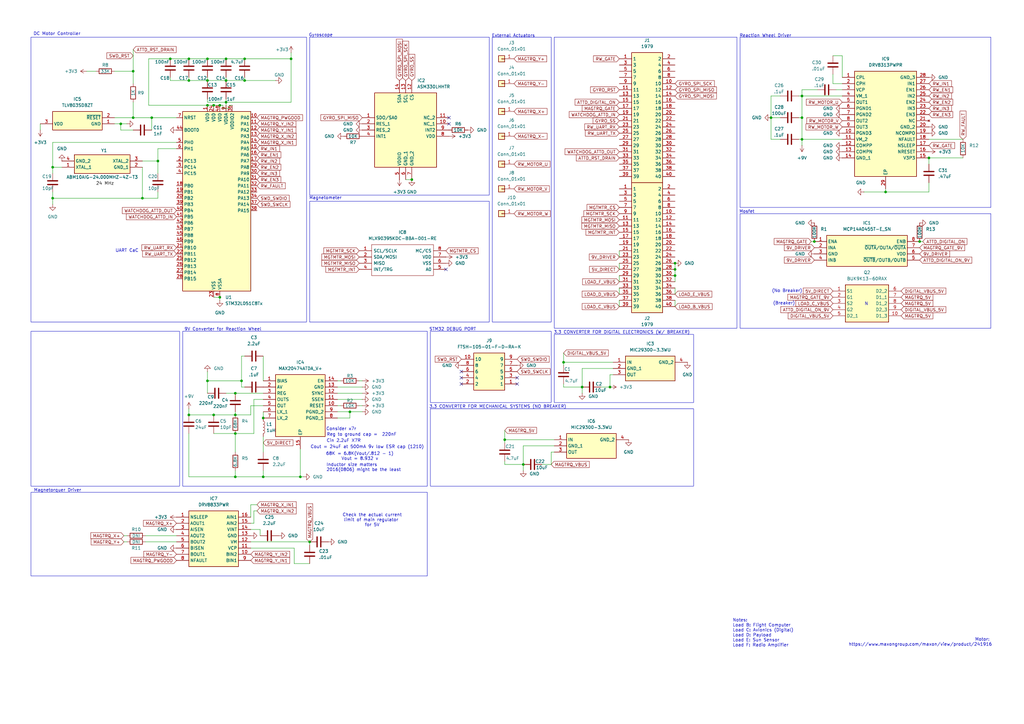
<source format=kicad_sch>
(kicad_sch (version 20231120) (generator "eeschema") (generator_version "8.0")
  (paper "A3")
  (title_block (title "Medford's CubeSat - Attitude Control") (company "MSRG"))
  (junction (at 143.51 168.91))
  (junction (at 85.09 24.13))
  (junction (at 69.85 24.13))
  (junction (at 99.06 156.21))
  (junction (at 77.47 24.13))
  (junction (at 276.86 113.03))
  (junction (at 207.01 180.34))
  (junction (at 49.53 50.8))
  (junction (at 90.17 43.18))
  (junction (at 54.61 48.26))
  (junction (at 87.63 170.18))
  (junction (at 85.09 156.21))
  (junction (at 96.52 161.29))
  (junction (at 85.09 33.02))
  (junction (at 92.71 41.91))
  (junction (at 92.71 33.02))
  (junction (at 328.93 39.37))
  (junction (at 87.63 43.18))
  (junction (at 96.52 195.58))
  (junction (at 77.47 170.18))
  (junction (at 119.38 24.13))
  (junction (at 64.77 66.04))
  (junction (at 123.19 195.58))
  (junction (at 363.22 78.74))
  (junction (at 214.63 190.5))
  (junction (at 127 222.25))
  (junction (at 62.23 48.26))
  (junction (at 250.19 158.75))
  (junction (at 21.59 68.58))
  (junction (at 377.19 99.06))
  (junction (at 328.93 48.26))
  (junction (at 328.93 57.15))
  (junction (at 100.33 24.13))
  (junction (at 276.86 110.49))
  (junction (at 107.95 195.58))
  (junction (at 276.86 107.95))
  (junction (at 231.14 148.59))
  (junction (at 96.52 170.18))
  (junction (at 316.23 48.26))
  (junction (at 100.33 33.02))
  (junction (at 381 64.77))
  (junction (at 96.52 177.8))
  (junction (at 92.71 24.13))
  (junction (at 334.01 99.06))
  (junction (at 107.95 171.45))
  (junction (at 85.09 43.18))
  (junction (at 54.61 29.21))
  (junction (at 168.91 73.66))
  (junction (at 21.59 81.28))
  (junction (at 238.76 158.75))
  (junction (at 58.42 81.28))
  (junction (at 90.17 121.92))
  (junction (at 77.47 33.02))
  (no_connect (at 189.23 152.4))
  (no_connect (at 212.09 157.48))
  (no_connect (at 182.88 110.49))
  (no_connect (at 184.15 50.8))
  (no_connect (at 189.23 154.94))
  (no_connect (at 189.23 157.48))
  (no_connect (at 184.15 48.26))
  (no_connect (at 212.09 154.94))
  (wire (pts (xy 77.47 33.02) (xy 69.85 33.02)))
  (wire (pts (xy 91.44 44.45) (xy 91.44 43.18)))
  (wire (pts (xy 92.71 33.02) (xy 100.33 33.02)))
  (wire (pts (xy 207.01 190.5) (xy 214.63 190.5)))
  (wire (pts (xy 316.23 48.26) (xy 316.23 39.37)))
  (wire (pts (xy 99.06 146.05) (xy 100.33 146.05)))
  (wire (pts (xy 21.59 68.58) (xy 21.59 71.12)))
  (wire (pts (xy 147.32 166.37) (xy 148.59 166.37)))
  (wire (pts (xy 316.23 48.26) (xy 320.04 48.26)))
  (wire (pts (xy 363.22 78.74) (xy 363.22 77.47)))
  (wire (pts (xy 250.19 153.67) (xy 251.46 153.67)))
  (wire (pts (xy 143.51 171.45) (xy 143.51 168.91)))
  (wire (pts (xy 85.09 33.02) (xy 77.47 33.02)))
  (wire (pts (xy 231.14 148.59) (xy 251.46 148.59)))
  (wire (pts (xy 87.63 43.18) (xy 90.17 43.18)))
  (wire (pts (xy 238.76 151.13) (xy 251.46 151.13)))
  (wire (pts (xy 85.09 41.91) (xy 92.71 41.91)))
  (wire (pts (xy 226.06 185.42) (xy 226.06 190.5)))
  (wire (pts (xy 92.71 161.29) (xy 96.52 161.29)))
  (wire (pts (xy 328.93 57.15) (xy 328.93 48.26)))
  (wire (pts (xy 62.23 48.26) (xy 72.39 48.26)))
  (wire (pts (xy 104.14 163.83) (xy 104.14 177.8)))
  (wire (pts (xy 342.9 36.83) (xy 345.44 36.83)))
  (wire (pts (xy 328.93 36.83) (xy 328.93 39.37)))
  (wire (pts (xy 106.68 219.71) (xy 106.68 217.17)))
  (wire (pts (xy 345.44 34.29) (xy 341.63 34.29)))
  (wire (pts (xy 107.95 179.07) (xy 107.95 185.42)))
  (wire (pts (xy 394.97 57.15) (xy 381 57.15)))
  (wire (pts (xy 166.37 73.66) (xy 168.91 73.66)))
  (wire (pts (xy 87.63 177.8) (xy 96.52 177.8)))
  (wire (pts (xy 226.06 190.5) (xy 222.25 190.5)))
  (wire (pts (xy 105.41 209.55) (xy 104.14 209.55)))
  (wire (pts (xy 316.23 57.15) (xy 316.23 48.26)))
  (wire (pts (xy 104.14 209.55) (xy 104.14 214.63)))
  (wire (pts (xy 85.09 31.75) (xy 85.09 33.02)))
  (wire (pts (xy 59.69 219.71) (xy 72.39 219.71)))
  (wire (pts (xy 99.06 158.75) (xy 100.33 158.75)))
  (wire (pts (xy 92.71 33.02) (xy 85.09 33.02)))
  (wire (pts (xy 69.85 33.02) (xy 69.85 31.75)))
  (wire (pts (xy 100.33 33.02) (xy 113.03 33.02)))
  (wire (pts (xy 100.33 24.13) (xy 119.38 24.13)))
  (wire (pts (xy 332.74 99.06) (xy 334.01 99.06)))
  (wire (pts (xy 21.59 68.58) (xy 25.4 68.58)))
  (wire (pts (xy 104.14 214.63) (xy 102.87 214.63)))
  (wire (pts (xy 16.51 53.34) (xy 16.51 50.8)))
  (wire (pts (xy 123.19 195.58) (xy 107.95 195.58)))
  (wire (pts (xy 99.06 156.21) (xy 85.09 156.21)))
  (wire (pts (xy 69.85 24.13) (xy 77.47 24.13)))
  (wire (pts (xy 328.93 48.26) (xy 328.93 39.37)))
  (wire (pts (xy 231.14 158.75) (xy 238.76 158.75)))
  (wire (pts (xy 52.07 50.8) (xy 49.53 50.8)))
  (wire (pts (xy 21.59 81.28) (xy 21.59 83.82)))
  (wire (pts (xy 214.63 182.88) (xy 227.33 182.88)))
  (wire (pts (xy 214.63 193.04) (xy 214.63 190.5)))
  (wire (pts (xy 345.44 31.75) (xy 345.44 22.86)))
  (wire (pts (xy 59.69 222.25) (xy 72.39 222.25)))
  (wire (pts (xy 139.7 166.37) (xy 138.43 166.37)))
  (wire (pts (xy 231.14 144.78) (xy 231.14 148.59)))
  (wire (pts (xy 39.37 29.21) (xy 35.56 29.21)))
  (wire (pts (xy 250.19 153.67) (xy 250.19 158.75)))
  (wire (pts (xy 316.23 57.15) (xy 320.04 57.15)))
  (wire (pts (xy 96.52 177.8) (xy 96.52 185.42)))
  (wire (pts (xy 119.38 24.13) (xy 119.38 41.91)))
  (wire (pts (xy 341.63 34.29) (xy 341.63 30.48)))
  (wire (pts (xy 147.32 156.21) (xy 148.59 156.21)))
  (wire (pts (xy 85.09 152.4) (xy 85.09 156.21)))
  (wire (pts (xy 119.38 21.59) (xy 119.38 24.13)))
  (wire (pts (xy 96.52 195.58) (xy 77.47 195.58)))
  (wire (pts (xy 381 64.77) (xy 394.97 64.77)))
  (wire (pts (xy 138.43 171.45) (xy 143.51 171.45)))
  (wire (pts (xy 87.63 170.18) (xy 96.52 170.18)))
  (wire (pts (xy 231.14 148.59) (xy 231.14 149.86)))
  (wire (pts (xy 107.95 163.83) (xy 104.14 163.83)))
  (wire (pts (xy 99.06 146.05) (xy 99.06 156.21)))
  (wire (pts (xy 92.71 40.64) (xy 92.71 41.91)))
  (wire (pts (xy 77.47 177.8) (xy 77.47 195.58)))
  (wire (pts (xy 120.65 224.79) (xy 102.87 224.79)))
  (wire (pts (xy 226.06 185.42) (xy 227.33 185.42)))
  (wire (pts (xy 327.66 48.26) (xy 328.93 48.26)))
  (wire (pts (xy 107.95 195.58) (xy 107.95 193.04)))
  (wire (pts (xy 93.98 43.18) (xy 93.98 44.45)))
  (wire (pts (xy 363.22 78.74) (xy 381 78.74)))
  (wire (pts (xy 62.23 48.26) (xy 62.23 53.34)))
  (wire (pts (xy 54.61 53.34) (xy 49.53 53.34)))
  (wire (pts (xy 127 222.25) (xy 127 223.52)))
  (wire (pts (xy 207.01 180.34) (xy 207.01 181.61)))
  (wire (pts (xy 327.66 39.37) (xy 328.93 39.37)))
  (wire (pts (xy 64.77 66.04) (xy 64.77 71.12)))
  (wire (pts (xy 100.33 33.02) (xy 100.33 31.75)))
  (wire (pts (xy 87.63 121.92) (xy 90.17 121.92)))
  (wire (pts (xy 107.95 166.37) (xy 102.87 166.37)))
  (wire (pts (xy 96.52 193.04) (xy 96.52 195.58)))
  (wire (pts (xy 328.93 57.15) (xy 345.44 57.15)))
  (wire (pts (xy 64.77 60.96) (xy 64.77 66.04)))
  (wire (pts (xy 99.06 156.21) (xy 99.06 158.75)))
  (wire (pts (xy 102.87 207.01) (xy 102.87 212.09)))
  (wire (pts (xy 138.43 161.29) (xy 148.59 161.29)))
  (wire (pts (xy 102.87 170.18) (xy 96.52 170.18)))
  (wire (pts (xy 92.71 41.91) (xy 92.71 43.18)))
  (wire (pts (xy 60.96 43.18) (xy 85.09 43.18)))
  (wire (pts (xy 276.86 118.11) (xy 276.86 120.65)))
  (wire (pts (xy 148.59 163.83) (xy 138.43 163.83)))
  (wire (pts (xy 60.96 24.13) (xy 69.85 24.13)))
  (wire (pts (xy 377.19 99.06) (xy 378.46 99.06)))
  (wire (pts (xy 254 118.11) (xy 254 120.65)))
  (wire (pts (xy 54.61 48.26) (xy 46.99 48.26)))
  (wire (pts (xy 96.52 161.29) (xy 107.95 161.29)))
  (wire (pts (xy 107.95 146.05) (xy 107.95 156.21)))
  (wire (pts (xy 49.53 50.8) (xy 46.99 50.8)))
  (wire (pts (xy 254 102.87) (xy 254 105.41)))
  (wire (pts (xy 328.93 59.69) (xy 328.93 57.15)))
  (wire (pts (xy 327.66 57.15) (xy 328.93 57.15)))
  (wire (pts (xy 138.43 168.91) (xy 143.51 168.91)))
  (wire (pts (xy 231.14 157.48) (xy 231.14 158.75)))
  (wire (pts (xy 328.93 36.83) (xy 335.28 36.83)))
  (wire (pts (xy 64.77 78.74) (xy 64.77 81.28)))
  (wire (pts (xy 77.47 31.75) (xy 77.47 33.02)))
  (wire (pts (xy 92.71 31.75) (xy 92.71 33.02)))
  (wire (pts (xy 54.61 29.21) (xy 54.61 34.29)))
  (wire (pts (xy 138.43 158.75) (xy 148.59 158.75)))
  (wire (pts (xy 316.23 39.37) (xy 320.04 39.37)))
  (wire (pts (xy 107.95 168.91) (xy 107.95 171.45)))
  (wire (pts (xy 77.47 170.18) (xy 87.63 170.18)))
  (wire (pts (xy 102.87 222.25) (xy 127 222.25)))
  (wire (pts (xy 49.53 53.34) (xy 49.53 50.8)))
  (wire (pts (xy 328.93 39.37) (xy 345.44 39.37)))
  (wire (pts (xy 58.42 66.04) (xy 64.77 66.04)))
  (wire (pts (xy 64.77 60.96) (xy 72.39 60.96)))
  (wire (pts (xy 345.44 22.86) (xy 341.63 22.86)))
  (wire (pts (xy 95.25 43.18) (xy 93.98 43.18)))
  (wire (pts (xy 254 123.19) (xy 254 125.73)))
  (wire (pts (xy 107.95 195.58) (xy 96.52 195.58)))
  (wire (pts (xy 276.86 110.49) (xy 276.86 113.03)))
  (wire (pts (xy 124.46 195.58) (xy 123.19 195.58)))
  (wire (pts (xy 58.42 68.58) (xy 58.42 81.28)))
  (wire (pts (xy 77.47 24.13) (xy 85.09 24.13)))
  (wire (pts (xy 254 113.03) (xy 254 115.57)))
  (wire (pts (xy 54.61 48.26) (xy 62.23 48.26)))
  (wire (pts (xy 354.33 78.74) (xy 363.22 78.74)))
  (wire (pts (xy 381 64.77) (xy 381 67.31)))
  (wire (pts (xy 238.76 158.75) (xy 238.76 151.13)))
  (wire (pts (xy 120.65 231.14) (xy 120.65 224.79)))
  (wire (pts (xy 77.47 167.64) (xy 77.47 170.18)))
  (wire (pts (xy 46.99 29.21) (xy 54.61 29.21)))
  (wire (pts (xy 92.71 41.91) (xy 119.38 41.91)))
  (wire (pts (xy 50.8 222.25) (xy 52.07 222.25)))
  (wire (pts (xy 207.01 180.34) (xy 227.33 180.34)))
  (wire (pts (xy 21.59 81.28) (xy 58.42 81.28)))
  (wire (pts (xy 381 74.93) (xy 381 78.74)))
  (wire (pts (xy 276.86 107.95) (xy 276.86 110.49)))
  (wire (pts (xy 207.01 189.23) (xy 207.01 190.5)))
  (wire (pts (xy 276.86 113.03) (xy 276.86 115.57)))
  (wire (pts (xy 58.42 81.28) (xy 64.77 81.28)))
  (wire (pts (xy 105.41 207.01) (xy 102.87 207.01)))
  (wire (pts (xy 250.19 158.75) (xy 246.38 158.75)))
  (wire (pts (xy 138.43 156.21) (xy 139.7 156.21)))
  (wire (pts (xy 106.68 217.17) (xy 102.87 217.17)))
  (wire (pts (xy 214.63 190.5) (xy 214.63 182.88)))
  (wire (pts (xy 276.86 123.19) (xy 276.86 125.73)))
  (wire (pts (xy 238.76 161.29) (xy 238.76 158.75)))
  (wire (pts (xy 102.87 166.37) (xy 102.87 170.18)))
  (wire (pts (xy 60.96 43.18) (xy 60.96 24.13)))
  (wire (pts (xy 21.59 58.42) (xy 21.59 68.58)))
  (wire (pts (xy 123.19 184.15) (xy 123.19 195.58)))
  (wire (pts (xy 85.09 156.21) (xy 85.09 161.29)))
  (wire (pts (xy 50.8 219.71) (xy 52.07 219.71)))
  (wire (pts (xy 254 107.95) (xy 254 110.49)))
  (wire (pts (xy 90.17 123.19) (xy 90.17 121.92)))
  (wire (pts (xy 92.71 24.13) (xy 100.33 24.13)))
  (wire (pts (xy 85.09 43.18) (xy 87.63 43.18)))
  (wire (pts (xy 96.52 170.18) (xy 96.52 168.91)))
  (wire (pts (xy 93.98 44.45) (xy 91.44 44.45)))
  (wire (pts (xy 143.51 168.91) (xy 148.59 168.91)))
  (wire (pts (xy 85.09 41.91) (xy 85.09 40.64)))
  (wire (pts (xy 85.09 24.13) (xy 92.71 24.13)))
  (wire (pts (xy 21.59 58.42) (xy 72.39 58.42)))
  (wire (pts (xy 21.59 78.74) (xy 21.59 81.28)))
  (wire (pts (xy 104.14 177.8) (xy 96.52 177.8)))
  (wire (pts (xy 127 231.14) (xy 120.65 231.14)))
  (wire (pts (xy 54.61 20.32) (xy 54.61 29.21)))
  (wire (pts (xy 91.44 43.18) (xy 90.17 43.18)))
  (wire (pts (xy 207.01 176.53) (xy 207.01 180.34)))
  (wire (pts (xy 54.61 41.91) (xy 54.61 48.26)))
  (rectangle (start 303.53 87.63) (end 406.4 134.62))
  (rectangle (start 127 15.24) (end 200.66 80.01))
  (rectangle (start 227.33 15.24) (end 302.26 134.62))
  (rectangle (start 303.53 15.24) (end 406.4 85.09))
  (rectangle (start 12.7 201.93) (end 175.26 236.22))
  (rectangle (start 74.93 135.89) (end 175.26 199.39))
  (rectangle (start 12.7 15.24) (end 125.73 132.08))
  (rectangle (start 176.53 167.64) (end 284.48 199.39))
  (rectangle (start 176.53 135.89) (end 226.06 165.1))
  (rectangle (start 12.7 135.89) (end 73.66 199.39))
  (rectangle (start 201.93 15.24) (end 226.06 132.08))
  (rectangle (start 127 82.55) (end 200.66 132.08))
  (rectangle (start 227.33 137.16) (end 284.48 165.1))
  (text "Inductor size matters \n2016(0806) might be the least" (at 133.858 191.77 0) (effects (font (size 1.27 1.27)) (justify left)))
  (text "Magnetometer" (at 126.746 81.28 0) (effects (font (size 1.27 1.27)) (justify left)))
  (text "Mosfet" (at 306.324 86.868 0) (effects (font (size 1.27 1.27))))
  (text "Cout = 24uF at 500mA 9v low ESR cap (1210)" (at 150.622 183.388 0) (effects (font (size 1.27 1.27))))
  (text "Gyroscope" (at 131.572 14.478 0) (effects (font (size 1.27 1.27))))
  (text "UART CaC" (at 52.07 102.87 0) (effects (font (size 1.27 1.27))))
  (text "3.3 CONVERTER FOR MECHANICAL SYSTEMS (NO BREAKER)" (at 176.022 166.878 0) (effects (font (size 1.27 1.27)) (justify left)))
  (text "Reg to ground cap =  220nF" (at 148.336 178.308 0) (effects (font (size 1.27 1.27))))
  (text "Magnetorquer Driver" (at 23.622 201.168 0) (effects (font (size 1.27 1.27))))
  (text "3.3 CONVERTER FOR DIGITAL ELECTRONICS (W/ BREAKER)" (at 227.076 136.398 0) (effects (font (size 1.27 1.27)) (justify left)))
  (text "9V Converter for Reaction Wheel" (at 91.44 135.128 0) (effects (font (size 1.27 1.27))))
  (text "68K = 6.8K(Vout/.812 - 1)\nVout = 8.932 v" (at 147.574 187.198 0) (effects (font (size 1.27 1.27))))
  (text "N" (at 355.346 124.714 0) (effects (font (size 1.27 1.27))))
  (text "(Breaker)" (at 321.564 124.46 0) (effects (font (size 1.27 1.27))))
  (text "Motor: \nhttps://www.maxongroup.com/maxon/view/product/241916" (at 406.908 263.398 0) (effects (font (size 1.27 1.27)) (justify right)))
  (text "Notes:\nLoad B: Flight Computer\nLoad C: Avionics (Digital)\nLoad D: Payload\nLoad E: Sun Sensor\nLoad F: Radio Amplifier" (at 300.482 259.588 0) (effects (font (size 1.27 1.27)) (justify left)))
  (text "DC Motor Controller" (at 23.368 13.97 0) (effects (font (size 1.27 1.27))))
  (text "Check the actual current\nlimit of main regulator \nfor 5V" (at 152.654 213.36 0) (effects (font (size 1.27 1.27))))
  (text "STM32 DEBUG PORT" (at 176.022 135.128 0) (effects (font (size 1.27 1.27)) (justify left)))
  (text "(No Breaker)" (at 322.834 119.38 0) (effects (font (size 1.27 1.27))))
  (text "Consider x7r\n" (at 139.954 176.022 0) (effects (font (size 1.27 1.27))))
  (text "External Actuators" (at 210.566 14.732 0) (effects (font (size 1.27 1.27))))
  (text "Reaction Wheel Driver" (at 313.944 14.732 0) (effects (font (size 1.27 1.27))))
  (text "Cin 2.2uF X7R" (at 140.97 180.848 0) (effects (font (size 1.27 1.27))))
  (label "24 MHz" (at 39.37 76.2 0))
  (global_label "LOAD_D_VBUS" (shape input) (at 254 120.65 180) (property "Intersheetrefs" "${INTERSHEET_REFS}" (effects (hide yes))))
  (global_label "RW_FAULT" (shape input) (at 105.41 76.2 0) (property "Intersheetrefs" "${INTERSHEET_REFS}" (effects (hide yes))))
  (global_label "MGTMTR_CS" (shape input) (at 254 85.09 180) (property "Intersheetrefs" "${INTERSHEET_REFS}" (effects (hide yes))))
  (global_label "MGTMTR_SCK" (shape input) (at 147.32 102.87 180) (property "Intersheetrefs" "${INTERSHEET_REFS}" (effects (hide yes))))
  (global_label "MAGTRQ_GATE" (shape input) (at 254 44.45 180) (property "Intersheetrefs" "${INTERSHEET_REFS}" (effects (hide yes))))
  (global_label "MAGTRQ_Y_IN2" (shape input) (at 102.87 227.33 0) (property "Intersheetrefs" "${INTERSHEET_REFS}" (effects (hide yes))))
  (global_label "MAGTRQ_5V" (shape input) (at 369.57 129.54 0) (property "Intersheetrefs" "${INTERSHEET_REFS}" (effects (hide yes))))
  (global_label "WATCHDOG_ATTD_IN" (shape input) (at 254 46.99 180) (property "Intersheetrefs" "${INTERSHEET_REFS}" (effects (hide yes))))
  (global_label "5V_DIRECT" (shape input) (at 254 110.49 180) (property "Intersheetrefs" "${INTERSHEET_REFS}" (effects (hide yes))))
  (global_label "MAGTRQ_5V" (shape input) (at 369.57 121.92 0) (property "Intersheetrefs" "${INTERSHEET_REFS}" (effects (hide yes))))
  (global_label "MAGTRQ_X_IN1" (shape input) (at 105.41 207.01 0) (property "Intersheetrefs" "${INTERSHEET_REFS}" (effects (hide yes))))
  (global_label "WATCHDOG_ATTD_OUT" (shape input) (at 254 62.23 180) (property "Intersheetrefs" "${INTERSHEET_REFS}" (effects (hide yes))))
  (global_label "RW_EN3" (shape input) (at 381 46.99 0) (property "Intersheetrefs" "${INTERSHEET_REFS}" (effects (hide yes))))
  (global_label "GYRO_SPI_MOSI" (shape input) (at 163.83 33.02 90) (property "Intersheetrefs" "${INTERSHEET_REFS}" (effects (hide yes))))
  (global_label "MAGTRQ_Y_IN1" (shape input) (at 102.87 229.87 0) (property "Intersheetrefs" "${INTERSHEET_REFS}" (effects (hide yes))))
  (global_label "DIGITAL_VBUS_5V" (shape input) (at 369.57 119.38 0) (property "Intersheetrefs" "${INTERSHEET_REFS}" (effects (hide yes))))
  (global_label "RW_EN2" (shape input) (at 105.41 68.58 0) (property "Intersheetrefs" "${INTERSHEET_REFS}" (effects (hide yes))))
  (global_label "LOAD_C_VBUS" (shape input) (at 341.63 124.46 180) (property "Intersheetrefs" "${INTERSHEET_REFS}" (effects (hide yes))))
  (global_label "GYRO_SPI_SCK" (shape input) (at 276.86 34.29 0) (property "Intersheetrefs" "${INTERSHEET_REFS}" (effects (hide yes))))
  (global_label "MGTMTR_MOSI" (shape input) (at 147.32 105.41 180) (property "Intersheetrefs" "${INTERSHEET_REFS}" (effects (hide yes))))
  (global_label "MGTMTR_SCK" (shape input) (at 254 87.63 180) (property "Intersheetrefs" "${INTERSHEET_REFS}" (effects (hide yes))))
  (global_label "GYRO_SPI_MISO" (shape input) (at 276.86 36.83 0) (property "Intersheetrefs" "${INTERSHEET_REFS}" (effects (hide yes))))
  (global_label "GYRO_SPI_MISO" (shape input) (at 148.59 48.26 180) (property "Intersheetrefs" "${INTERSHEET_REFS}" (effects (hide yes))))
  (global_label "GYRO_SS" (shape input) (at 168.91 33.02 90) (property "Intersheetrefs" "${INTERSHEET_REFS}" (effects (hide yes))))
  (global_label "MAGTRQ_Y-" (shape input) (at 210.82 34.29 0) (property "Intersheetrefs" "${INTERSHEET_REFS}" (effects (hide yes))))
  (global_label "MAGTRQ_Y_IN2" (shape input) (at 105.41 50.8 0) (property "Intersheetrefs" "${INTERSHEET_REFS}" (effects (hide yes))))
  (global_label "RW_EN3" (shape input) (at 105.41 73.66 0) (property "Intersheetrefs" "${INTERSHEET_REFS}" (effects (hide yes))))
  (global_label "RW_GATE" (shape input) (at 381 59.69 0) (property "Intersheetrefs" "${INTERSHEET_REFS}" (effects (hide yes))))
  (global_label "LOAD_F_VBUS" (shape input) (at 254 115.57 180) (property "Intersheetrefs" "${INTERSHEET_REFS}" (effects (hide yes))))
  (global_label "RW_MOTOR_W" (shape input) (at 210.82 87.63 0) (property "Intersheetrefs" "${INTERSHEET_REFS}" (effects (hide yes))))
  (global_label "WATCHDOG_ATTD_IN" (shape input) (at 72.39 88.9 180) (property "Intersheetrefs" "${INTERSHEET_REFS}" (effects (hide yes))))
  (global_label "ATTD_DIGITAL_ON_9V" (shape input) (at 377.19 106.68 0) (property "Intersheetrefs" "${INTERSHEET_REFS}" (effects (hide yes))))
  (global_label "RW_UART_TX" (shape input) (at 254 54.61 180) (property "Intersheetrefs" "${INTERSHEET_REFS}" (effects (hide yes))))
  (global_label "MAGTRQ_X_IN2" (shape input) (at 105.41 55.88 0) (property "Intersheetrefs" "${INTERSHEET_REFS}" (effects (hide yes))))
  (global_label "MAGTRQ_GATE_9V" (shape input) (at 341.63 121.92 180) (property "Intersheetrefs" "${INTERSHEET_REFS}" (effects (hide yes))))
  (global_label "RW_FAULT" (shape input) (at 394.97 57.15 90) (property "Intersheetrefs" "${INTERSHEET_REFS}" (effects (hide yes))))
  (global_label "RW_IN3" (shape input) (at 105.41 71.12 0) (property "Intersheetrefs" "${INTERSHEET_REFS}" (effects (hide yes))))
  (global_label "MGTMTR_CS" (shape input) (at 182.88 102.87 0) (property "Intersheetrefs" "${INTERSHEET_REFS}" (effects (hide yes))))
  (global_label "SWD_SWCLK" (shape input) (at 212.09 152.4 0) (property "Intersheetrefs" "${INTERSHEET_REFS}" (effects (hide yes))))
  (global_label "RW_IN1" (shape input) (at 381 34.29 0) (property "Intersheetrefs" "${INTERSHEET_REFS}" (effects (hide yes))))
  (global_label "MGTMTR_MISO" (shape input) (at 254 92.71 180) (property "Intersheetrefs" "${INTERSHEET_REFS}" (effects (hide yes))))
  (global_label "GYRO_SPI_MOSI" (shape input) (at 276.86 39.37 0) (property "Intersheetrefs" "${INTERSHEET_REFS}" (effects (hide yes))))
  (global_label "RW_EN1" (shape input) (at 105.41 63.5 0) (property "Intersheetrefs" "${INTERSHEET_REFS}" (effects (hide yes))))
  (global_label "MGTMTR_MISO" (shape input) (at 147.32 107.95 180) (property "Intersheetrefs" "${INTERSHEET_REFS}" (effects (hide yes))))
  (global_label "DIGITAL_VBUS_5V" (shape input) (at 341.63 129.54 180) (property "Intersheetrefs" "${INTERSHEET_REFS}" (effects (hide yes))))
  (global_label "MAGTRQ_Y_IN1" (shape input) (at 105.41 53.34 0) (property "Intersheetrefs" "${INTERSHEET_REFS}" (effects (hide yes))))
  (global_label "9V_DRIVER" (shape input) (at 254 105.41 180) (property "Intersheetrefs" "${INTERSHEET_REFS}" (effects (hide yes))))
  (global_label "MAGTRQ_X+" (shape input) (at 72.39 214.63 180) (property "Intersheetrefs" "${INTERSHEET_REFS}" (effects (hide yes))))
  (global_label "RW_GATE" (shape input) (at 254 24.13 180) (property "Intersheetrefs" "${INTERSHEET_REFS}" (effects (hide yes))))
  (global_label "DIGITAL_VBUS_5V" (shape input) (at 231.14 144.78 0) (property "Intersheetrefs" "${INTERSHEET_REFS}" (effects (hide yes))))
  (global_label "DIGITAL_VBUS_5V" (shape input) (at 369.57 127 0) (property "Intersheetrefs" "${INTERSHEET_REFS}" (effects (hide yes))))
  (global_label "LOAD_E_VBUS" (shape input) (at 276.86 120.65 0) (property "Intersheetrefs" "${INTERSHEET_REFS}" (effects (hide yes))))
  (global_label "RW_UART_RX" (shape input) (at 72.39 101.6 180) (property "Intersheetrefs" "${INTERSHEET_REFS}" (effects (hide yes))))
  (global_label "RW_IN2" (shape input) (at 381 39.37 0) (property "Intersheetrefs" "${INTERSHEET_REFS}" (effects (hide yes))))
  (global_label "RW_IN2" (shape input) (at 105.41 66.04 0) (property "Intersheetrefs" "${INTERSHEET_REFS}" (effects (hide yes))))
  (global_label "MGTMTR_INT" (shape input) (at 147.32 110.49 180) (property "Intersheetrefs" "${INTERSHEET_REFS}" (effects (hide yes))))
  (global_label "MAGTRQ_VBUS" (shape input) (at 226.06 190.5 0) (property "Intersheetrefs" "${INTERSHEET_REFS}" (effects (hide yes))))
  (global_label "RW_MOTOR_U" (shape input) (at 210.82 67.31 0) (property "Intersheetrefs" "${INTERSHEET_REFS}" (effects (hide yes))))
  (global_label "MAGTRQ_X-" (shape input) (at 210.82 55.88 0) (property "Intersheetrefs" "${INTERSHEET_REFS}" (effects (hide yes))))
  (global_label "RW_MOTOR_V" (shape input) (at 345.44 49.53 180) (property "Intersheetrefs" "${INTERSHEET_REFS}" (effects (hide yes))))
  (global_label "ATTD_RST_DRAIN" (shape input) (at 54.61 20.32 0) (property "Intersheetrefs" "${INTERSHEET_REFS}" (effects (hide yes))))
  (global_label "MAGTRQ_PWGOOD" (shape input) (at 105.41 48.26 0) (property "Intersheetrefs" "${INTERSHEET_REFS}" (effects (hide yes))))
  (global_label "MAGTRQ_GATE" (shape input) (at 332.74 99.06 180) (property "Intersheetrefs" "${INTERSHEET_REFS}" (effects (hide yes))))
  (global_label "RW_IN3" (shape input) (at 381 44.45 0) (property "Intersheetrefs" "${INTERSHEET_REFS}" (effects (hide yes))))
  (global_label "MGTMTR_INT" (shape input) (at 254 95.25 180) (property "Intersheetrefs" "${INTERSHEET_REFS}" (effects (hide yes))))
  (global_label "SWD_SWDIO" (shape input) (at 212.09 147.32 0) (property "Intersheetrefs" "${INTERSHEET_REFS}" (effects (hide yes))))
  (global_label "SWD_RST" (shape input) (at 189.23 147.32 180) (property "Intersheetrefs" "${INTERSHEET_REFS}" (effects (hide yes))))
  (global_label "MAGTRQ_X_IN1" (shape input) (at 105.41 58.42 0) (property "Intersheetrefs" "${INTERSHEET_REFS}" (effects (hide yes))))
  (global_label "9V_DRIVER" (shape input) (at 334.01 101.6 180) (property "Intersheetrefs" "${INTERSHEET_REFS}" (effects (hide yes))))
  (global_label "RW_UART_TX" (shape input) (at 72.39 104.14 180) (property "Intersheetrefs" "${INTERSHEET_REFS}" (effects (hide yes))))
  (global_label "MAGTRQ_5V" (shape input) (at 207.01 176.53 0) (property "Intersheetrefs" "${INTERSHEET_REFS}" (effects (hide yes))))
  (global_label "GYRO_RST" (shape input) (at 254 36.83 180) (property "Intersheetrefs" "${INTERSHEET_REFS}" (effects (hide yes))))
  (global_label "MAGTRQ_VBUS" (shape input) (at 127 222.25 90) (property "Intersheetrefs" "${INTERSHEET_REFS}" (effects (hide yes))))
  (global_label "WATCHDOG_ATTD_OUT" (shape input) (at 72.39 86.36 180) (property "Intersheetrefs" "${INTERSHEET_REFS}" (effects (hide yes))))
  (global_label "RW_MOTOR_U" (shape input) (at 345.44 41.91 180) (property "Intersheetrefs" "${INTERSHEET_REFS}" (effects (hide yes))))
  (global_label "5V_DIRECT" (shape input) (at 107.95 181.61 0) (property "Intersheetrefs" "${INTERSHEET_REFS}" (effects (hide yes))))
  (global_label "ATTD_DIGITAL_ON" (shape input) (at 378.46 99.06 0) (property "Intersheetrefs" "${INTERSHEET_REFS}" (effects (hide yes))))
  (global_label "RW_EN1" (shape input) (at 381 36.83 0) (property "Intersheetrefs" "${INTERSHEET_REFS}" (effects (hide yes))))
  (global_label "MAGTRQ_Y-" (shape input) (at 72.39 227.33 180) (property "Intersheetrefs" "${INTERSHEET_REFS}" (effects (hide yes))))
  (global_label "MAGTRQ_5V" (shape input) (at 369.57 124.46 0) (property "Intersheetrefs" "${INTERSHEET_REFS}" (effects (hide yes))))
  (global_label "LOAD_B_VBUS" (shape input) (at 276.86 125.73 0) (property "Intersheetrefs" "${INTERSHEET_REFS}" (effects (hide yes))))
  (global_label "MAGTRQ_X+" (shape input) (at 210.82 45.72 0) (property "Intersheetrefs" "${INTERSHEET_REFS}" (effects (hide yes))))
  (global_label "MAGTRQ_X_IN2" (shape input) (at 105.41 209.55 0) (property "Intersheetrefs" "${INTERSHEET_REFS}" (effects (hide yes))))
  (global_label "SWD_RST" (shape input) (at 54.61 22.86 180) (property "Intersheetrefs" "${INTERSHEET_REFS}" (effects (hide yes))))
  (global_label "GYRO_SS" (shape input) (at 254 49.53 180) (property "Intersheetrefs" "${INTERSHEET_REFS}" (effects (hide yes))))
  (global_label "5V_DIRECT" (shape input) (at 341.63 119.38 180) (property "Intersheetrefs" "${INTERSHEET_REFS}" (effects (hide yes))))
  (global_label "RW_MOTOR_W" (shape input) (at 345.44 52.07 180) (property "Intersheetrefs" "${INTERSHEET_REFS}" (effects (hide yes))))
  (global_label "RW_UART_RX" (shape input) (at 254 52.07 180) (property "Intersheetrefs" "${INTERSHEET_REFS}" (effects (hide yes))))
  (global_label "LOAD_C_VBUS" (shape input) (at 254 125.73 180) (property "Intersheetrefs" "${INTERSHEET_REFS}" (effects (hide yes))))
  (global_label "MAGTRQ_X+" (shape input) (at 50.8 219.71 180) (property "Intersheetrefs" "${INTERSHEET_REFS}" (effects (hide yes))))
  (global_label "MAGTRQ_Y+" (shape input) (at 50.8 222.25 180) (property "Intersheetrefs" "${INTERSHEET_REFS}" (effects (hide yes))))
  (global_label "MAGTRQ_Y+" (shape input) (at 210.82 24.13 0) (property "Intersheetrefs" "${INTERSHEET_REFS}" (effects (hide yes))))
  (global_label "GYRO_SPI_SCK" (shape input) (at 166.37 33.02 90) (property "Intersheetrefs" "${INTERSHEET_REFS}" (effects (hide yes))))
  (global_label "9V_DRIVER" (shape input) (at 377.19 104.14 0) (property "Intersheetrefs" "${INTERSHEET_REFS}" (effects (hide yes))))
  (global_label "MAGTRQ_GATE_9V" (shape input) (at 377.19 101.6 0) (property "Intersheetrefs" "${INTERSHEET_REFS}" (effects (hide yes))))
  (global_label "ATTD_DIGITAL_ON" (shape input) (at 254 41.91 180) (property "Intersheetrefs" "${INTERSHEET_REFS}" (effects (hide yes))))
  (global_label "MAGTRQ_PWGOOD" (shape input) (at 72.39 229.87 180) (property "Intersheetrefs" "${INTERSHEET_REFS}" (effects (hide yes))))
  (global_label "ATTD_RST_DRAIN" (shape input) (at 254 64.77 180) (property "Intersheetrefs" "${INTERSHEET_REFS}" (effects (hide yes))))
  (global_label "RW_MOTOR_V" (shape input) (at 210.82 77.47 0) (property "Intersheetrefs" "${INTERSHEET_REFS}" (effects (hide yes))))
  (global_label "MGTMTR_MOSI" (shape input) (at 254 90.17 180) (property "Intersheetrefs" "${INTERSHEET_REFS}" (effects (hide yes))))
  (global_label "9V_DRIVER" (shape input) (at 334.01 106.68 180) (property "Intersheetrefs" "${INTERSHEET_REFS}" (effects (hide yes))))
  (global_label "RW_EN2" (shape input) (at 381 41.91 0) (property "Intersheetrefs" "${INTERSHEET_REFS}" (effects (hide yes))))
  (global_label "RW_IN1" (shape input) (at 105.41 60.96 0) (property "Intersheetrefs" "${INTERSHEET_REFS}" (effects (hide yes))))
  (global_label "SWD_SWCLK" (shape input) (at 105.41 83.82 0) (property "Intersheetrefs" "${INTERSHEET_REFS}" (effects (hide yes))))
  (global_label "SWD_SWDIO" (shape input) (at 105.41 81.28 0) (property "Intersheetrefs" "${INTERSHEET_REFS}" (effects (hide yes))))
  (global_label "ATTD_DIGITAL_ON_9V" (shape input) (at 341.63 127 180) (property "Intersheetrefs" "${INTERSHEET_REFS}" (effects (hide yes))))
  (symbol (lib_id "Device:C") (at 242.57 158.75 270) (unit 1)
    (property "Reference" "C2" (at 245.618 157.48 90))
    (property "Value" "10uF" (at 246.38 160.02 90))
    (property "Description" "Unpolarized capacitor" (effects (hide yes)))
  )
  (symbol (lib_id "power:+3V3") (at 119.38 21.59 0) (unit 1)
    (property "Reference" "#PWR035" (effects (hide yes)))
    (property "Value" "+3V3" (at 113.03 20.32 0) (effects (justify left)))
    (property "Description" "Power symbol creates a global label with name \"+3V3\"" (effects (hide yes)))
  )
  (symbol (lib_id "power:GND") (at 114.3 219.71 90) (unit 1)
    (property "Reference" "#PWR039" (effects (hide yes)))
    (property "Value" "GND" (at 118.11 219.7099 90) (effects (justify right)))
    (property "Description" "Power symbol creates a global label with name \"GND\" , ground" (effects (hide yes)))
  )
  (symbol (lib_id "Device:R") (at 55.88 219.71 90) (unit 1)
    (property "Reference" "R10" (at 55.88 217.17 90))
    (property "Value" "DNI" (at 55.88 219.71 90))
    (property "Description" "Resistor" (effects (hide yes)))
  )
  (symbol (lib_id "Device:C") (at 92.71 36.83 180) (unit 1)
    (property "Reference" "C15" (at 94.742 34.798 0))
    (property "Value" "1uF" (at 94.742 40.64 0))
    (property "Description" "Unpolarized capacitor" (effects (hide yes)))
  )
  (symbol (lib_id "power:GND") (at 52.07 50.8 90) (unit 1)
    (property "Reference" "#PWR032" (effects (hide yes)))
    (property "Value" "GND" (effects (hide yes)))
    (property "Description" "Power symbol creates a global label with name \"GND\" , ground" (effects (hide yes)))
  )
  (symbol (lib_id "power:GND") (at 345.44 59.69 270) (unit 1)
    (property "Reference" "#PWR055" (effects (hide yes)))
    (property "Value" "GND" (at 341.63 59.6899 90) (effects (justify right)))
    (property "Description" "Power symbol creates a global label with name \"GND\" , ground" (effects (hide yes)))
  )
  (symbol (lib_id "power:GND") (at 72.39 224.79 270) (unit 1)
    (property "Reference" "#PWR045" (effects (hide yes)))
    (property "Value" "GND" (at 68.58 224.7899 90) (effects (justify right)))
    (property "Description" "Power symbol creates a global label with name \"GND\" , ground" (effects (hide yes)))
  )
  (symbol (lib_id "power:GND") (at 257.81 180.34 0) (unit 1)
    (property "Reference" "#PWR043" (effects (hide yes)))
    (property "Value" "GND" (at 257.81 185.42 0))
    (property "Description" "Power symbol creates a global label with name \"GND\" , ground" (effects (hide yes)))
  )
  (symbol (lib_id "ABM10AIG-24_000MHZ-4Z-T3:ABM10AIG-24.000MHZ-4Z-T3") (at 25.4 66.04 0) (unit 1)
    (property "Reference" "Y1" (at 42.672 61.722 0))
    (property "Value" "ABM10AIG-24.000MHZ-4Z-T3" (at 41.91 72.644 0))
    (property "Footprint" "ABM10AIG" (effects (hide yes)))
    (property "Datasheet" "https://abracon.com/AIGcrystals/ABM10AIG.pdf" (effects (hide yes)))
    (property "Description" "MEMS Crystal Oscillator 4MHz +/-50ppm 4-Pin SMD T/R" (effects (hide yes)))
    (property "Height" "0.65" (effects (hide yes)))
    (property "Mouser Part Number" "815-M10AIG-24-4ZT3" (effects (hide yes)))
    (property "Mouser Price/Stock" "https://www.mouser.co.uk/ProductDetail/ABRACON/ABM10AIG-24.000MHZ-4Z-T3?qs=gG6m684uYP7zvUvaKaMJHA%3D%3D" (effects (hide yes)))
    (property "Manufacturer_Name" "ABRACON" (effects (hide yes)))
    (property "Manufacturer_Part_Number" "ABM10AIG-24.000MHZ-4Z-T3" (effects (hide yes)))
  )
  (symbol (lib_id "Device:R") (at 43.18 29.21 90) (unit 1)
    (property "Reference" "R8" (at 43.18 26.67 90))
    (property "Value" "33K" (at 43.18 29.21 90))
    (property "Description" "Resistor" (effects (hide yes)))
  )
  (symbol (lib_id "power:+3V3") (at 182.88 105.41 270) (unit 1)
    (property "Reference" "#PWR046" (effects (hide yes)))
    (property "Value" "+3V3" (at 186.69 105.4099 90) (effects (justify left)))
    (property "Description" "Power symbol creates a global label with name \"+3V3\"" (effects (hide yes)))
  )
  (symbol (lib_id "Device:C") (at 85.09 36.83 180) (unit 1)
    (property "Reference" "C13" (at 87.122 34.798 0))
    (property "Value" "100nF" (at 88.392 40.64 0))
    (property "Description" "Unpolarized capacitor" (effects (hide yes)))
  )
  (symbol (lib_id "Device:C") (at 130.81 222.25 90) (unit 1)
    (property "Reference" "C24" (at 130.81 214.63 90))
    (property "Value" "10uF" (at 130.81 217.17 90))
    (property "Description" "Unpolarized capacitor" (effects (hide yes)))
  )
  (symbol (lib_id "power:GND") (at 381 54.61 90) (unit 1)
    (property "Reference" "#PWR053" (effects (hide yes)))
    (property "Value" "GND" (at 384.81 54.6099 90) (effects (justify right)))
    (property "Description" "Power symbol creates a global label with name \"GND\" , ground" (effects (hide yes)))
  )
  (symbol (lib_id "power:GND") (at 140.97 55.88 270) (unit 1)
    (property "Reference" "#PWR020" (effects (hide yes)))
    (property "Value" "GND" (at 137.16 55.8799 90) (effects (justify right)))
    (property "Description" "Power symbol creates a global label with name \"GND\" , ground" (effects (hide yes)))
  )
  (symbol (lib_id "MCU_ST_STM32L0:STM32L051C8Tx") (at 87.63 83.82 0) (unit 1)
    (property "Reference" "U1" (at 92.3641 121.92 0) (effects (justify left)))
    (property "Value" "STM32L051C8Tx" (at 92.3641 124.46 0) (effects (justify left)))
    (property "Footprint" "Package_QFP:LQFP-48_7x7mm_P0.5mm" (effects (hide yes)))
    (property "Datasheet" "https://www.st.com/resource/en/datasheet/stm32l051c8.pdf" (effects (hide yes)))
    (property "Description" "STMicroelectronics Arm Cortex-M0+ MCU, 64KB flash, 8KB RAM, 32 MHz, 1.65-3.6V, 37 GPIO, LQFP48" (effects (hide yes)))
  )
  (symbol (lib_id "power:GND") (at 113.03 33.02 90) (unit 1)
    (property "Reference" "#PWR034" (effects (hide yes)))
    (property "Value" "GND" (at 112.522 30.734 90) (effects (justify right)))
    (property "Description" "Power symbol creates a global label with name \"GND\" , ground" (effects (hide yes)))
  )
  (symbol (lib_id "Device:R") (at 96.52 189.23 0) (unit 1)
    (property "Reference" "R5" (at 99.06 187.9599 0) (effects (justify left)))
    (property "Value" "6.8K" (at 96.52 191.516 90) (effects (justify left)))
    (property "Description" "Resistor" (effects (hide yes)))
  )
  (symbol (lib_id "Device:C") (at 341.63 26.67 0) (unit 1)
    (property "Reference" "C30" (at 332.994 25.654 0) (effects (justify left)))
    (property "Value" ".01uF" (at 332.994 28.194 0) (effects (justify left)))
    (property "Description" "Unpolarized capacitor" (effects (hide yes)))
  )
  (symbol (lib_id "MLX90395KDC-BBA-001-RE:MLX90395KDC-BBA-001-RE") (at 147.32 102.87 0) (unit 1)
    (property "Reference" "IC8" (at 165.1 95.25 0))
    (property "Value" "MLX90395KDC-BBA-001-RE" (at 165.1 97.79 0))
    (property "Footprint" "SOIC127P600X172-8N" (effects (hide yes)))
    (property "Datasheet" "https://www.melexis.com/-/media/files/documents/datasheets/mlx90395-datasheet-melexis.pdf" (effects (hide yes)))
    (property "Description" "Board Mount Hall Effect/Magnetic Sensors MLX90395BBA.SOIC8.octagon_50mT" (effects (hide yes)))
    (property "Description_1" "Board Mount Hall Effect/Magnetic Sensors MLX90395BBA.SOIC8.octagon_50mT" (effects (hide yes)))
    (property "Height" "1.72" (effects (hide yes)))
    (property "Mouser Part Number" "482-90395KDCBBA001RE" (effects (hide yes)))
    (property "Mouser Price/Stock" "https://www.mouser.co.uk/ProductDetail/Melexis/MLX90395KDC-BBA-001-RE?qs=stqOd1AaK7%252BvK76m0zm61g%3D%3D" (effects (hide yes)))
    (property "Manufacturer_Name" "Melexis" (effects (hide yes)))
    (property "Manufacturer_Part_Number" "MLX90395KDC-BBA-001-RE" (effects (hide yes)))
  )
  (symbol (lib_id "Device:C") (at 77.47 27.94 180) (unit 1)
    (property "Reference" "C17" (at 77.216 32.004 0) (effects (justify left)))
    (property "Value" "100nF" (at 77.216 25.4 0) (effects (justify left)))
    (property "Description" "Unpolarized capacitor" (effects (hide yes)))
  )
  (symbol (lib_id "MIC29300-3_3WU:MIC29300-3.3WU") (at 227.33 180.34 0) (unit 1)
    (property "Reference" "IC6" (at 242.57 172.72 0))
    (property "Value" "MIC29300-3.3WU" (at 242.57 175.26 0))
    (property "Footprint" "MIC2930033WU" (effects (hide yes)))
    (property "Datasheet" "http://www.microchip.com/mymicrochip/filehandler.aspx?ddocname=en580805" (effects (hide yes)))
    (property "Description" "LDO Voltage Regulators 3.0A LDO Fixed Voltage" (effects (hide yes)))
    (property "Height" "4.61" (effects (hide yes)))
    (property "Mouser Part Number" "998-MIC29300-3.3WU" (effects (hide yes)))
    (property "Mouser Price/Stock" "https://www.mouser.co.uk/ProductDetail/Microchip-Technology/MIC29300-3.3WU?qs=kh6iOki%2FeLFM4gSMQ3MufA%3D%3D" (effects (hide yes)))
    (property "Manufacturer_Name" "Microchip" (effects (hide yes)))
    (property "Manufacturer_Part_Number" "MIC29300-3.3WU" (effects (hide yes)))
  )
  (symbol (lib_id "Device:C") (at 85.09 27.94 180) (unit 1)
    (property "Reference" "C12" (at 84.836 32.004 0) (effects (justify left)))
    (property "Value" "100nF" (at 84.836 25.4 0) (effects (justify left)))
    (property "Description" "Unpolarized capacitor" (effects (hide yes)))
  )
  (symbol (lib_id "power:+3V3") (at 16.51 53.34 180) (unit 1)
    (property "Reference" "#PWR030" (effects (hide yes)))
    (property "Value" "+3V3" (at 16.51 58.42 0))
    (property "Description" "Power symbol creates a global label with name \"+3V3\"" (effects (hide yes)))
  )
  (symbol (lib_id "Device:R") (at 377.19 95.25 0) (unit 1)
    (property "Reference" "R13" (at 379.73 93.9799 0) (effects (justify left)))
    (property "Value" "100K" (at 377.19 97.79 90) (effects (justify left)))
    (property "Description" "Resistor" (effects (hide yes)))
  )
  (symbol (lib_id "power:GND") (at 191.77 53.34 90) (unit 1)
    (property "Reference" "#PWR021" (effects (hide yes)))
    (property "Value" "GND" (at 195.58 53.3399 90) (effects (justify right)))
    (property "Description" "Power symbol creates a global label with name \"GND\" , ground" (effects (hide yes)))
  )
  (symbol (lib_id "Device:R") (at 144.78 55.88 270) (unit 1)
    (property "Reference" "R7" (at 144.78 58.42 90))
    (property "Value" "10K" (at 144.78 55.88 90))
    (property "Description" "Resistor" (effects (hide yes)))
  )
  (symbol (lib_id "power:GND") (at 124.46 195.58 90) (unit 1)
    (property "Reference" "#PWR09" (effects (hide yes)))
    (property "Value" "GND" (at 128.27 195.5799 90) (effects (justify right)))
    (property "Description" "Power symbol creates a global label with name \"GND\" , ground" (effects (hide yes)))
  )
  (symbol (lib_id "Device:C") (at 323.85 48.26 90) (unit 1)
    (property "Reference" "C28" (at 319.532 43.942 90))
    (property "Value" "100uF" (at 319.532 46.482 90))
    (property "Description" "Unpolarized capacitor" (effects (hide yes)))
  )
  (symbol (lib_id "power:+9V") (at 328.93 59.69 180) (unit 1)
    (property "Reference" "#PWR03" (effects (hide yes)))
    (property "Value" "+9V" (at 328.93 64.77 0))
    (property "Description" "Power symbol creates a global label with name \"+9V\"" (effects (hide yes)))
  )
  (symbol (lib_id "MCP14A0455T-E_SN:MCP14A0455T-E_SN") (at 334.01 99.06 0) (unit 1)
    (property "Reference" "IC1" (at 355.6 91.44 0))
    (property "Value" "MCP14A0455T-E_SN" (at 355.6 93.98 0))
    (property "Footprint" "SOIC127P600X175-8N" (effects (hide yes)))
    (property "Datasheet" "https://ww1.microchip.com/downloads/aemDocuments/documents/APID/ProductDocuments/DataSheets/MCP14A045345-Data-Sheet-DS20005985.pdf" (effects (hide yes)))
    (property "Description" "Gate Drivers 4.5A Low Side Dual Inv+Non-Inv Gate Drvr, SOIC-8" (effects (hide yes)))
    (property "Height" "1.75" (effects (hide yes)))
    (property "Mouser Part Number" "579-MCP14A0455TE/SN" (effects (hide yes)))
    (property "Mouser Price/Stock" "https://www.mouser.co.uk/ProductDetail/Microchip-Technology/MCP14A0455T-E-SN?qs=y6ZabgHbY%252ByiH8G0sASF%2FA%3D%3D" (effects (hide yes)))
    (property "Manufacturer_Name" "Microchip" (effects (hide yes)))
    (property "Manufacturer_Part_Number" "MCP14A0455T-E/SN" (effects (hide yes)))
  )
  (symbol (lib_id "power:GND") (at 334.01 91.44 270) (unit 1)
    (property "Reference" "#PWR08" (effects (hide yes)))
    (property "Value" "GND" (at 330.2 91.4399 90) (effects (justify right)))
    (property "Description" "Power symbol creates a global label with name \"GND\" , ground" (effects (hide yes)))
  )
  (symbol (lib_id "power:GND") (at 148.59 163.83 90) (unit 1)
    (property "Reference" "#PWR010" (effects (hide yes)))
    (property "Value" "GND" (at 152.4 163.8299 90) (effects (justify right)))
    (property "Description" "Power symbol creates a global label with name \"GND\" , ground" (effects (hide yes)))
  )
  (symbol (lib_id "1979:1979") (at 254 77.47 0) (unit 1)
    (property "Reference" "J2" (at 265.43 130.556 0))
    (property "Value" "1979" (at 265.43 133.096 0))
    (property "Footprint" "RHDR40W60P250_2X20_5100X500X2300P" (effects (hide yes)))
    (property "Datasheet" "http://media.digikey.com/pdf/Data%20Sheets/Adafruit%20PDFs/1979_Web.pdf" (effects (hide yes)))
    (property "Description" "Adafruit Accessories Stacking Header for Pi A+/B+/Pi 2/Pi 3 - 2x20 Extra Tall Header" (effects (hide yes)))
    (property "Height" "23" (effects (hide yes)))
    (property "Mouser Part Number" "485-1979" (effects (hide yes)))
    (property "Mouser Price/Stock" "https://www.mouser.co.uk/ProductDetail/Adafruit/1979?qs=GURawfaeGuAYMxpXA2w8sQ%3D%3D" (effects (hide yes)))
    (property "Manufacturer_Name" "Adafruit" (effects (hide yes)))
    (property "Manufacturer_Part_Number" "1979" (effects (hide yes)))
  )
  (symbol (lib_id "power:GND") (at 214.63 193.04 0) (unit 1)
    (property "Reference" "#PWR037" (effects (hide yes)))
    (property "Value" "GND" (at 217.17 194.3099 0) (effects (justify left)))
    (property "Description" "Power symbol creates a global label with name \"GND\" , ground" (effects (hide yes)))
  )
  (symbol (lib_id "Connector_Generic:Conn_01x01") (at 205.74 45.72 180) (unit 1)
    (property "Reference" "J5" (at 209.804 39.116 0))
    (property "Value" "Conn_01x01" (at 209.804 41.656 0))
    (property "Description" "Generic connector, single row, 01x01, script generated (kicad-library-utils/schlib/autogen/connector/)" (effects (hide yes)))
  )
  (symbol (lib_id "Connector_Generic:Conn_01x01") (at 205.74 34.29 180) (unit 1)
    (property "Reference" "J4" (at 209.804 27.686 0))
    (property "Value" "Conn_01x01" (at 209.804 30.226 0))
    (property "Description" "Generic connector, single row, 01x01, script generated (kicad-library-utils/schlib/autogen/connector/)" (effects (hide yes)))
  )
  (symbol (lib_id "Device:C") (at 381 71.12 0) (unit 1)
    (property "Reference" "C31" (at 384.81 69.8499 0) (effects (justify left)))
    (property "Value" ".47uF" (at 384.81 72.3899 0) (effects (justify left)))
    (property "Description" "Unpolarized capacitor" (effects (hide yes)))
  )
  (symbol (lib_id "DRV8313PWPR:DRV8313PWPR") (at 345.44 31.75 0) (unit 1)
    (property "Reference" "IC9" (at 363.22 24.13 0))
    (property "Value" "DRV8313PWPR" (at 363.22 26.67 0))
    (property "Footprint" "SOP65P640X120-29N" (effects (hide yes)))
    (property "Datasheet" "http://www.ti.com/lit/gpn/drv8313" (effects (hide yes)))
    (property "Description" "2.5A Three Phase Brushless DC Motor Driver (PWM Ctrl)" (effects (hide yes)))
    (property "Height" "1.2" (effects (hide yes)))
    (property "Mouser Part Number" "595-DRV8313PWPR" (effects (hide yes)))
    (property "Mouser Price/Stock" "https://www.mouser.co.uk/ProductDetail/Texas-Instruments/DRV8313PWPR?qs=aQEsdMNF%2FMwPk4783CnTRg%3D%3D" (effects (hide yes)))
    (property "Manufacturer_Name" "Texas Instruments" (effects (hide yes)))
    (property "Manufacturer_Part_Number" "DRV8313PWPR" (effects (hide yes)))
  )
  (symbol (lib_id "power:GND") (at 25.4 66.04 180) (unit 1)
    (property "Reference" "#PWR041" (effects (hide yes)))
    (property "Value" "GND" (at 25.4 60.96 0))
    (property "Description" "Power symbol creates a global label with name \"GND\" , ground" (effects (hide yes)))
  )
  (symbol (lib_id "Device:C") (at 104.14 146.05 90) (unit 1)
    (property "Reference" "C3" (at 104.14 138.43 90))
    (property "Value" "2.2uF" (at 104.14 140.97 90))
    (property "Description" "Unpolarized capacitor" (effects (hide yes)))
  )
  (symbol (lib_id "power:+3V3") (at 148.59 156.21 270) (unit 1)
    (property "Reference" "#PWR014" (effects (hide yes)))
    (property "Value" "+3V3" (at 152.4 156.2099 90) (effects (justify left)))
    (property "Description" "Power symbol creates a global label with name \"+3V3\"" (effects (hide yes)))
  )
  (symbol (lib_id "Device:R") (at 96.52 173.99 0) (unit 1)
    (property "Reference" "R4" (at 99.06 172.7199 0) (effects (justify left)))
    (property "Value" "68K" (at 96.52 175.768 90) (effects (justify left)))
    (property "Description" "Resistor" (effects (hide yes)))
  )
  (symbol (lib_id "power:+3V3") (at 35.56 29.21 90) (unit 1)
    (property "Reference" "#PWR031" (effects (hide yes)))
    (property "Value" "+3V3" (at 31.75 29.2099 90) (effects (justify left)))
    (property "Description" "Power symbol creates a global label with name \"+3V3\"" (effects (hide yes)))
  )
  (symbol (lib_id "Device:C") (at 107.95 189.23 0) (unit 1)
    (property "Reference" "C8" (at 111.76 187.9599 0) (effects (justify left)))
    (property "Value" "2.2uF" (at 111.76 190.4999 0) (effects (justify left)))
    (property "Description" "Unpolarized capacitor" (effects (hide yes)))
  )
  (symbol (lib_id "power:+3V3") (at 163.83 73.66 180) (unit 1)
    (property "Reference" "#PWR024" (effects (hide yes)))
    (property "Value" "+3V3" (at 163.83 78.74 0))
    (property "Description" "Power symbol creates a global label with name \"+3V3\"" (effects (hide yes)))
  )
  (symbol (lib_id "power:GND") (at 148.59 158.75 90) (unit 1)
    (property "Reference" "#PWR013" (effects (hide yes)))
    (property "Value" "GND" (at 152.4 158.7499 90) (effects (justify right)))
    (property "Description" "Power symbol creates a global label with name \"GND\" , ground" (effects (hide yes)))
  )
  (symbol (lib_id "Device:R") (at 55.88 222.25 270) (unit 1)
    (property "Reference" "R11" (at 55.88 224.79 90))
    (property "Value" "DNI" (at 55.88 222.25 90))
    (property "Description" "Resistor" (effects (hide yes)))
  )
  (symbol (lib_id "power:GND") (at 148.59 50.8 270) (unit 1)
    (property "Reference" "#PWR022" (effects (hide yes)))
    (property "Value" "GND" (at 144.78 50.7999 90) (effects (justify right)))
    (property "Description" "Power symbol creates a global label with name \"GND\" , ground" (effects (hide yes)))
  )
  (symbol (lib_id "DRV8833PWR:DRV8833PWR") (at 72.39 212.09 0) (unit 1)
    (property "Reference" "IC7" (at 87.63 204.47 0))
    (property "Value" "DRV8833PWR" (at 87.63 207.01 0))
    (property "Footprint" "SOP65P640X120-16N" (effects (hide yes)))
    (property "Datasheet" "http://www.ti.com/lit/gpn/drv8833" (effects (hide yes)))
    (property "Description" "2A Low Voltage Dual Brushed DC or Single Bipolar Stepper Motor Driver (PWM Ctrl)" (effects (hide yes)))
    (property "Height" "1.2" (effects (hide yes)))
    (property "Mouser Part Number" "595-DRV8833PWR" (effects (hide yes)))
    (property "Mouser Price/Stock" "https://www.mouser.co.uk/ProductDetail/Texas-Instruments/DRV8833PWR?qs=biyDIajrTn6zZVfCUiXZ9g%3D%3D" (effects (hide yes)))
    (property "Manufacturer_Name" "Texas Instruments" (effects (hide yes)))
    (property "Manufacturer_Part_Number" "DRV8833PWR" (effects (hide yes)))
  )
  (symbol (lib_id "power:GND") (at 85.09 152.4 180) (unit 1)
    (property "Reference" "#PWR016" (effects (hide yes)))
    (property "Value" "GND" (at 87.63 151.1299 0) (effects (justify right)))
    (property "Description" "Power symbol creates a global label with name \"GND\" , ground" (effects (hide yes)))
  )
  (symbol (lib_id "Device:C") (at 88.9 161.29 270) (unit 1)
    (property "Reference" "C9" (at 85.09 162.814 90) (effects (justify left)))
    (property "Value" "220nF" (at 81.534 165.354 90) (effects (justify left)))
    (property "Description" "Unpolarized capacitor" (effects (hide yes)))
  )
  (symbol (lib_id "BUK9K13-60RAX:BUK9K13-60RAX") (at 341.63 119.38 0) (unit 1)
    (property "Reference" "Q2" (at 355.6 111.76 0))
    (property "Value" "BUK9K13-60RAX" (at 355.6 114.3 0))
    (property "Footprint" "BUK9K1360RAX" (effects (hide yes)))
    (property "Datasheet" "https://assets.nexperia.com/documents/data-sheet/BUK9K13-60RA.pdf" (effects (hide yes)))
    (property "Description" "Mosfet Array 2 N-Channel (Dual) 60V 40A (Ta) 64W (Ta) Surface Mount LFPAK56D" (effects (hide yes)))
    (property "Height" "1.15" (effects (hide yes)))
    (property "Mouser Part Number" "771-BUK9K13-60RAX" (effects (hide yes)))
    (property "Mouser Price/Stock" "https://www.mouser.co.uk/ProductDetail/Nexperia/BUK9K13-60RAX?qs=KUoIvG%2F9IlalgRWhHGyONg%3D%3D" (effects (hide yes)))
    (property "Manufacturer_Name" "Nexperia" (effects (hide yes)))
    (property "Manufacturer_Part_Number" "BUK9K13-60RAX" (effects (hide yes)))
  )
  (symbol (lib_id "MIC29300-3_3WU:MIC29300-3.3WU") (at 251.46 148.59 0) (unit 1)
    (property "Reference" "IC3" (at 266.7 140.97 0))
    (property "Value" "MIC29300-3.3WU" (at 266.7 143.51 0))
    (property "Footprint" "MIC2930033WU" (effects (hide yes)))
    (property "Datasheet" "http://www.microchip.com/mymicrochip/filehandler.aspx?ddocname=en580805" (effects (hide yes)))
    (property "Description" "LDO Voltage Regulators 3.0A LDO Fixed Voltage" (effects (hide yes)))
    (property "Height" "4.61" (effects (hide yes)))
    (property "Mouser Part Number" "998-MIC29300-3.3WU" (effects (hide yes)))
    (property "Mouser Price/Stock" "https://www.mouser.co.uk/ProductDetail/Microchip-Technology/MIC29300-3.3WU?qs=kh6iOki%2FeLFM4gSMQ3MufA%3D%3D" (effects (hide yes)))
    (property "Manufacturer_Name" "Microchip" (effects (hide yes)))
    (property "Manufacturer_Part_Number" "MIC29300-3.3WU" (effects (hide yes)))
  )
  (symbol (lib_id "power:GND") (at 102.87 219.71 90) (unit 1)
    (property "Reference" "#PWR027" (effects (hide yes)))
    (property "Value" "GND" (effects (hide yes)))
    (property "Description" "Power symbol creates a global label with name \"GND\" , ground" (effects (hide yes)))
  )
  (symbol (lib_id "Device:R") (at 54.61 38.1 0) (unit 1)
    (property "Reference" "R9" (at 56.388 38.1 0) (effects (justify left)))
    (property "Value" "1K" (at 54.61 39.37 90) (effects (justify left)))
    (property "Description" "Resistor" (effects (hide yes)))
  )
  (symbol (lib_id "power:GND") (at 281.94 148.59 0) (unit 1)
    (property "Reference" "#PWR07" (effects (hide yes)))
    (property "Value" "GND" (at 281.94 153.67 0))
    (property "Description" "Power symbol creates a global label with name \"GND\" , ground" (effects (hide yes)))
  )
  (symbol (lib_id "power:GND") (at 212.09 149.86 90) (unit 1)
    (property "Reference" "#PWR038" (effects (hide yes)))
    (property "Value" "GND" (at 215.9 149.8599 90) (effects (justify right)))
    (property "Description" "Power symbol creates a global label with name \"GND\" , ground" (effects (hide yes)))
  )
  (symbol (lib_id "power:GND") (at 168.91 73.66 0) (unit 1)
    (property "Reference" "#PWR025" (effects (hide yes)))
    (property "Value" "GND" (at 168.91 78.74 0))
    (property "Description" "Power symbol creates a global label with name \"GND\" , ground" (effects (hide yes)))
  )
  (symbol (lib_id "Device:C") (at 100.33 27.94 180) (unit 1)
    (property "Reference" "C16" (at 100.076 32.004 0) (effects (justify left)))
    (property "Value" "4.7uF" (at 100.076 25.4 0) (effects (justify left)))
    (property "Description" "Unpolarized capacitor" (effects (hide yes)))
  )
  (symbol (lib_id "power:+9V") (at 77.47 167.64 0) (unit 1)
    (property "Reference" "#PWR02" (effects (hide yes)))
    (property "Value" "+9V" (at 77.47 162.56 0))
    (property "Description" "Power symbol creates a global label with name \"+9V\"" (effects (hide yes)))
  )
  (symbol (lib_id "power:GND") (at 276.86 107.95 90) (unit 1)
    (property "Reference" "#PWR01" (effects (hide yes)))
    (property "Value" "GND" (at 280.67 107.9499 90) (effects (justify right)))
    (property "Description" "Power symbol creates a global label with name \"GND\" , ground" (effects (hide yes)))
  )
  (symbol (lib_id "Connector_Generic:Conn_01x01") (at 205.74 55.88 180) (unit 1)
    (property "Reference" "J6" (at 209.804 49.276 0))
    (property "Value" "Conn_01x01" (at 209.804 51.816 0))
    (property "Description" "Generic connector, single row, 01x01, script generated (kicad-library-utils/schlib/autogen/connector/)" (effects (hide yes)))
  )
  (symbol (lib_id "Connector_Generic:Conn_01x01") (at 205.74 24.13 180) (unit 1)
    (property "Reference" "J3" (at 209.804 17.526 0))
    (property "Value" "Conn_01x01" (at 209.804 20.066 0))
    (property "Description" "Generic connector, single row, 01x01, script generated (kicad-library-utils/schlib/autogen/connector/)" (effects (hide yes)))
  )
  (symbol (lib_id "Device:C") (at 231.14 153.67 0) (unit 1)
    (property "Reference" "C1" (at 231.394 151.384 0) (effects (justify left)))
    (property "Value" "4.7uF" (at 231.648 156.21 0) (effects (justify left)))
    (property "Description" "Unpolarized capacitor" (effects (hide yes)))
  )
  (symbol (lib_id "Device:R") (at 394.97 60.96 180) (unit 1)
    (property "Reference" "R12" (at 397.51 59.6899 0) (effects (justify right)))
    (property "Value" "10K" (at 394.97 62.738 90) (effects (justify right)))
    (property "Description" "Resistor" (effects (hide yes)))
  )
  (symbol (lib_id "TLV803SDBZT:TLV803SDBZT") (at 46.99 50.8 180) (unit 1)
    (property "Reference" "IC5" (at 31.75 40.64 0))
    (property "Value" "TLV803SDBZT" (at 31.75 43.18 0))
    (property "Footprint" "SOT95P237X95-3N" (effects (hide yes)))
    (property "Datasheet" "http://www.ti.com/lit/ds/symlink/tlv803.pdf" (effects (hide yes)))
    (property "Description" "Texas Instruments TLV803SDBZT, Voltage Supervisor 2.99V max., 3-Pin SOT-23" (effects (hide yes)))
    (property "Height" "0.95" (effects (hide yes)))
    (property "Mouser Part Number" "595-TLV803SDBZT" (effects (hide yes)))
    (property "Mouser Price/Stock" "https://www.mouser.co.uk/ProductDetail/Texas-Instruments/TLV803SDBZT?qs=L4ss%2FyqpMWT5voC1S%2F0TPA%3D%3D" (effects (hide yes)))
    (property "Manufacturer_Name" "Texas Instruments" (effects (hide yes)))
    (property "Manufacturer_Part_Number" "TLV803SDBZT" (effects (hide yes)))
  )
  (symbol (lib_id "power:GND") (at 334.01 104.14 270) (unit 1)
    (property "Reference" "#PWR018" (effects (hide yes)))
    (property "Value" "GND" (at 330.2 104.1399 90) (effects (justify right)))
    (property "Description" "Power symbol creates a global label with name \"GND\" , ground" (effects (hide yes)))
  )
  (symbol (lib_id "Device:R") (at 187.96 53.34 90) (unit 1)
    (property "Reference" "R6" (at 187.96 50.8 90))
    (property "Value" "10K" (at 187.96 53.34 90))
    (property "Description" "Resistor" (effects (hide yes)))
  )
  (symbol (lib_id "Device:C") (at 218.44 190.5 270) (unit 1)
    (property "Reference" "C22" (at 221.488 189.23 90))
    (property "Value" "10uF" (at 222.25 191.77 90))
    (property "Description" "Unpolarized capacitor" (effects (hide yes)))
  )
  (symbol (lib_id "Device:C") (at 104.14 158.75 90) (unit 1)
    (property "Reference" "C7" (at 104.14 151.13 90))
    (property "Value" ".1uF" (at 104.14 153.67 90))
    (property "Description" "Unpolarized capacitor" (effects (hide yes)))
  )
  (symbol (lib_id "Device:C") (at 77.47 173.99 0) (unit 1)
    (property "Reference" "C6" (at 80.01 172.72 0) (effects (justify left)))
    (property "Value" "24uF" (at 80.01 175.26 0) (effects (justify left)))
    (property "Description" "Unpolarized capacitor" (effects (hide yes)))
  )
  (symbol (lib_id "MAX20474ATDA_V+:MAX20474ATDA_V+") (at 107.95 156.21 0) (unit 1)
    (property "Reference" "IC4" (at 123.19 148.59 0))
    (property "Value" "MAX20474ATDA_V+" (at 123.19 151.13 0))
    (property "Footprint" "SON50P300X350X80-15N" (effects (hide yes)))
    (property "Datasheet" "https://www.analog.com/MAX20474/datasheet" (effects (hide yes)))
    (property "Description" "3.0V to 5.5V Input, 6V to 18V Output, Synchronous Boost Converter" (effects (hide yes)))
    (property "Height" "0.8" (effects (hide yes)))
    (property "Mouser Part Number" "700-MAX20474ATDA/V+" (effects (hide yes)))
    (property "Mouser Price/Stock" "https://www.mouser.co.uk/ProductDetail/Analog-Devices-Maxim-Integrated/MAX20474ATDA-V%2b?qs=A6eO%252BMLsxmQpOzvW2yv6Iw%3D%3D" (effects (hide yes)))
    (property "Manufacturer_Name" "Analog Devices" (effects (hide yes)))
    (property "Manufacturer_Part_Number" "MAX20474ATDA/V+" (effects (hide yes)))
  )
  (symbol (lib_id "Device:C") (at 92.71 27.94 180) (unit 1)
    (property "Reference" "C14" (at 92.456 32.004 0) (effects (justify left)))
    (property "Value" "100nF" (at 92.456 25.4 0) (effects (justify left)))
    (property "Description" "Unpolarized capacitor" (effects (hide yes)))
  )
  (symbol (lib_id "power:+3V3") (at 184.15 55.88 270) (unit 1)
    (property "Reference" "#PWR017" (effects (hide yes)))
    (property "Value" "+3V3" (at 187.96 55.8799 90) (effects (justify left)))
    (property "Description" "Power symbol creates a global label with name \"+3V3\"" (effects (hide yes)))
  )
  (symbol (lib_id "Device:C") (at 64.77 74.93 0) (unit 1)
    (property "Reference" "C20" (at 60.706 72.39 0) (effects (justify left)))
    (property "Value" "10pF" (at 60.706 77.216 0) (effects (justify left)))
    (property "Description" "Unpolarized capacitor" (effects (hide yes)))
  )
  (symbol (lib_id "FTSH-105-01-F-D-RA-K:FTSH-105-01-F-D-RA-K") (at 212.09 157.48 180) (unit 1)
    (property "Reference" "J9" (at 200.66 139.7 0))
    (property "Value" "FTSH-105-01-F-D-RA-K" (at 200.66 142.24 0))
    (property "Footprint" "FTSH-105-XX-YYY-D-RA-K" (effects (hide yes)))
    (property "Datasheet" "https://www.digikey.ph/en/products/detail/samtec-inc/FTSH-105-01-F-D-RA-K/6678169?msockid=39f1ec84d77b6f4428b7f904d6676eed" (effects (hide yes)))
    (property "Description" "10 position, High Reliability Header Strips, 0.050&quot; pitch, Dual-Row Vertical" (effects (hide yes)))
    (property "Mouser Part Number" "200-FTSH10501FDRAK" (effects (hide yes)))
    (property "Mouser Price/Stock" "https://www.mouser.co.uk/ProductDetail/Samtec/FTSH-105-01-F-D-RA-K?qs=rU5fayqh%252BE1V1PXadoS%2Fyw%3D%3D" (effects (hide yes)))
    (property "Manufacturer_Name" "SAMTEC" (effects (hide yes)))
    (property "Manufacturer_Part_Number" "FTSH-105-01-F-D-RA-K" (effects (hide yes)))
  )
  (symbol (lib_id "power:GND") (at 21.59 83.82 0) (unit 1)
    (property "Reference" "#PWR040" (effects (hide yes)))
    (property "Value" "GND" (at 21.59 88.9 0))
    (property "Description" "Power symbol creates a global label with name \"GND\" , ground" (effects (hide yes)))
  )
  (symbol (lib_id "Device:C") (at 21.59 74.93 0) (unit 1)
    (property "Reference" "C19" (at 17.272 72.39 0) (effects (justify left)))
    (property "Value" "10pF" (at 17.272 77.216 0) (effects (justify left)))
    (property "Description" "Unpolarized capacitor" (effects (hide yes)))
  )
  (symbol (lib_id "power:+3V3") (at 148.59 166.37 270) (unit 1)
    (property "Reference" "#PWR011" (effects (hide yes)))
    (property "Value" "+3V3" (at 152.4 166.3699 90) (effects (justify left)))
    (property "Description" "Power symbol creates a global label with name \"+3V3\"" (effects (hide yes)))
  )
  (symbol (lib_id "power:+3V3") (at 148.59 161.29 270) (unit 1)
    (property "Reference" "#PWR015" (effects (hide yes)))
    (property "Value" "+3V3" (at 152.4 161.2899 90) (effects (justify left)))
    (property "Description" "Power symbol creates a global label with name \"+3V3\"" (effects (hide yes)))
  )
  (symbol (lib_id "Device:C") (at 127 227.33 0) (unit 1)
    (property "Reference" "C23" (at 130.81 226.0599 0) (effects (justify left)))
    (property "Value" ".01uF" (at 130.81 228.5999 0) (effects (justify left)))
    (property "Description" "Unpolarized capacitor" (effects (hide yes)))
  )
  (symbol (lib_id "Connector_Generic:Conn_01x01") (at 205.74 77.47 180) (unit 1)
    (property "Reference" "J8" (at 209.804 70.866 0))
    (property "Value" "Conn_01x01" (at 209.804 73.406 0))
    (property "Description" "Generic connector, single row, 01x01, script generated (kicad-library-utils/schlib/autogen/connector/)" (effects (hide yes)))
  )
  (symbol (lib_id "power:GND") (at 345.44 62.23 270) (unit 1)
    (property "Reference" "#PWR054" (effects (hide yes)))
    (property "Value" "GND" (at 341.63 62.2299 90) (effects (justify right)))
    (property "Description" "Power symbol creates a global label with name \"GND\" , ground" (effects (hide yes)))
  )
  (symbol (lib_id "Device:C") (at 339.09 36.83 90) (unit 1)
    (property "Reference" "C29" (at 336.042 32.512 90))
    (property "Value" ".1uF" (at 336.042 35.052 90))
    (property "Description" "Unpolarized capacitor" (effects (hide yes)))
  )
  (symbol (lib_id "power:GND") (at 148.59 53.34 270) (unit 1)
    (property "Reference" "#PWR023" (effects (hide yes)))
    (property "Value" "GND" (at 144.78 53.3399 90) (effects (justify right)))
    (property "Description" "Power symbol creates a global label with name \"GND\" , ground" (effects (hide yes)))
  )
  (symbol (lib_id "power:GND") (at 354.33 78.74 270) (unit 1)
    (property "Reference" "#PWR056" (effects (hide yes)))
    (property "Value" "GND" (at 353.06 74.93 90))
    (property "Description" "Power symbol creates a global label with name \"GND\" , ground" (effects (hide yes)))
  )
  (symbol (lib_id "Device:C") (at 110.49 219.71 90) (unit 1)
    (property "Reference" "C25" (at 110.49 212.09 90))
    (property "Value" "2.2uF" (at 110.49 214.63 90))
    (property "Description" "Unpolarized capacitor" (effects (hide yes)))
  )
  (symbol (lib_id "power:GND") (at 381 31.75 90) (unit 1)
    (property "Reference" "#PWR029" (effects (hide yes)))
    (property "Value" "GND" (at 384.81 31.7499 90) (effects (justify right)))
    (property "Description" "Power symbol creates a global label with name \"GND\" , ground" (effects (hide yes)))
  )
  (symbol (lib_id "power:+3V3") (at 72.39 212.09 90) (unit 1)
    (property "Reference" "#PWR04" (effects (hide yes)))
    (property "Value" "+3V3" (at 68.58 212.0899 90) (effects (justify left)))
    (property "Description" "Power symbol creates a global label with name \"+3V3\"" (effects (hide yes)))
  )
  (symbol (lib_id "power:GND") (at 345.44 54.61 270) (unit 1)
    (property "Reference" "#PWR049" (effects (hide yes)))
    (property "Value" "GND" (at 341.63 54.6099 90) (effects (justify right)))
    (property "Description" "Power symbol creates a global label with name \"GND\" , ground" (effects (hide yes)))
  )
  (symbol (lib_id "Device:C") (at 323.85 57.15 90) (unit 1)
    (property "Reference" "C27" (at 319.532 52.832 90))
    (property "Value" ".1uF" (at 319.532 55.372 90))
    (property "Description" "Unpolarized capacitor" (effects (hide yes)))
  )
  (symbol (lib_id "Device:R") (at 143.51 166.37 90) (unit 1)
    (property "Reference" "R2" (at 143.51 164.338 90))
    (property "Value" "10K" (at 143.51 166.37 90))
    (property "Description" "Resistor" (effects (hide yes)))
  )
  (symbol (lib_id "power:GND") (at 90.17 123.19 0) (unit 1)
    (property "Reference" "#PWR033" (effects (hide yes)))
    (property "Value" "GND" (at 90.17 128.27 0))
    (property "Description" "Power symbol creates a global label with name \"GND\" , ground" (effects (hide yes)))
  )
  (symbol (lib_id "power:GND") (at 72.39 53.34 270) (unit 1)
    (property "Reference" "#PWR042" (effects (hide yes)))
    (property "Value" "GND" (effects (hide yes)))
    (property "Description" "Power symbol creates a global label with name \"GND\" , ground" (effects (hide yes)))
  )
  (symbol (lib_id "power:GND") (at 316.23 48.26 270) (unit 1)
    (property "Reference" "#PWR052" (effects (hide yes)))
    (property "Value" "GND" (at 312.42 48.2599 90) (effects (justify right)))
    (property "Description" "Power symbol creates a global label with name \"GND\" , ground" (effects (hide yes)))
  )
  (symbol (lib_id "power:GND") (at 345.44 44.45 270) (unit 1)
    (property "Reference" "#PWR051" (effects (hide yes)))
    (property "Value" "GND" (at 341.63 44.4499 90) (effects (justify right)))
    (property "Description" "Power symbol creates a global label with name \"GND\" , ground" (effects (hide yes)))
  )
  (symbol (lib_id "power:GND") (at 345.44 46.99 270) (unit 1)
    (property "Reference" "#PWR050" (effects (hide yes)))
    (property "Value" "GND" (at 341.63 46.9899 90) (effects (justify right)))
    (property "Description" "Power symbol creates a global label with name \"GND\" , ground" (effects (hide yes)))
  )
  (symbol (lib_id "Connector_Generic:Conn_01x01") (at 205.74 87.63 180) (unit 1)
    (property "Reference" "J10" (at 209.804 81.026 0))
    (property "Value" "Conn_01x01" (at 209.804 83.566 0))
    (property "Description" "Generic connector, single row, 01x01, script generated (kicad-library-utils/schlib/autogen/connector/)" (effects (hide yes)))
  )
  (symbol (lib_id "ASM330LHHTR:ASM330LHHTR") (at 148.59 48.26 0) (unit 1)
    (property "Reference" "IC2" (at 171.1041 33.02 0) (effects (justify left)))
    (property "Value" "ASM330LHHTR" (at 171.1041 35.56 0) (effects (justify left)))
    (property "Footprint" "LSM6DS3USTR" (effects (hide yes)))
    (property "Datasheet" "https://www.st.com/resource/en/datasheet/asm330lhh.pdf" (effects (hide yes)))
    (property "Description" "STMICROELECTRONICS - ASM330LHHTR - MEMS MOD, 3-AXIS GYROSCOPE/ACCELEROMETER" (effects (hide yes)))
    (property "Height" "0.86" (effects (hide yes)))
    (property "Mouser Part Number" "511-ASM330LHHTR" (effects (hide yes)))
    (property "Mouser Price/Stock" "https://www.mouser.co.uk/ProductDetail/STMicroelectronics/ASM330LHHTR?qs=lc2O%252BfHJPVYgP8P9MzExKQ%3D%3D" (effects (hide yes)))
    (property "Manufacturer_Name" "STMicroelectronics" (effects (hide yes)))
    (property "Manufacturer_Part_Number" "ASM330LHHTR" (effects (hide yes)))
  )
  (symbol (lib_id "power:GND") (at 377.19 91.44 90) (unit 1)
    (property "Reference" "#PWR019" (effects (hide yes)))
    (property "Value" "GND" (at 381 91.4399 90) (effects (justify right)))
    (property "Description" "Power symbol creates a global label with name \"GND\" , ground" (effects (hide yes)))
  )
  (symbol (lib_id "power:GND") (at 72.39 217.17 270) (unit 1)
    (property "Reference" "#PWR044" (effects (hide yes)))
    (property "Value" "GND" (at 68.58 217.1699 90) (effects (justify right)))
    (property "Description" "Power symbol creates a global label with name \"GND\" , ground" (effects (hide yes)))
  )
  (symbol (lib_id "Device:C") (at 207.01 185.42 0) (unit 1)
    (property "Reference" "C21" (at 207.264 183.134 0) (effects (justify left)))
    (property "Value" "4.7uF" (at 207.518 187.96 0) (effects (justify left)))
    (property "Description" "Unpolarized capacitor" (effects (hide yes)))
  )
  (symbol (lib_id "power:GND") (at 345.44 64.77 270) (unit 1)
    (property "Reference" "#PWR028" (effects (hide yes)))
    (property "Value" "GND" (at 341.63 64.7699 90) (effects (justify right)))
    (property "Description" "Power symbol creates a global label with name \"GND\" , ground" (effects (hide yes)))
  )
  (symbol (lib_id "Device:C") (at 323.85 39.37 90) (unit 1)
    (property "Reference" "C26" (at 319.532 35.052 90))
    (property "Value" ".1uF" (at 319.532 37.592 90))
    (property "Description" "Unpolarized capacitor" (effects (hide yes)))
  )
  (symbol (lib_id "Device:C") (at 58.42 53.34 90) (unit 1)
    (property "Reference" "C11" (at 64.77 52.324 90))
    (property "Value" "1nF" (at 64.77 54.864 90))
    (property "Description" "Unpolarized capacitor" (effects (hide yes)))
  )
  (symbol (lib_id "Device:R") (at 143.51 156.21 90) (unit 1)
    (property "Reference" "R3" (at 143.51 154.178 90))
    (property "Value" "10K" (at 143.51 156.21 90))
    (property "Description" "Resistor" (effects (hide yes)))
  )
  (symbol (lib_id "Connector_Generic:Conn_01x01") (at 205.74 67.31 180) (unit 1)
    (property "Reference" "J7" (at 209.804 60.706 0))
    (property "Value" "Conn_01x01" (at 209.804 63.246 0))
    (property "Description" "Generic connector, single row, 01x01, script generated (kicad-library-utils/schlib/autogen/connector/)" (effects (hide yes)))
  )
  (symbol (lib_id "Device:L") (at 107.95 175.26 0) (unit 1)
    (property "Reference" "L1" (at 109.22 173.9899 0) (effects (justify left)))
    (property "Value" "1uH" (at 109.22 176.5299 0) (effects (justify left)))
    (property "Description" "Inductor" (effects (hide yes)))
  )
  (symbol (lib_id "power:GND") (at 381 52.07 90) (unit 1)
    (property "Reference" "#PWR048" (effects (hide yes)))
    (property "Value" "GND" (at 384.81 52.0699 90) (effects (justify right)))
    (property "Description" "Power symbol creates a global label with name \"GND\" , ground" (effects (hide yes)))
  )
  (symbol (lib_id "Device:R") (at 334.01 95.25 0) (unit 1)
    (property "Reference" "R1" (at 336.55 93.9799 0) (effects (justify left)))
    (property "Value" "100K" (at 334.01 97.79 90) (effects (justify left)))
    (property "Description" "Resistor" (effects (hide yes)))
  )
  (symbol (lib_id "power:GND") (at 238.76 161.29 0) (unit 1)
    (property "Reference" "#PWR05" (effects (hide yes)))
    (property "Value" "GND" (at 241.3 162.5599 0) (effects (justify left)))
    (property "Description" "Power symbol creates a global label with name \"GND\" , ground" (effects (hide yes)))
  )
  (symbol (lib_id "power:GND") (at 182.88 107.95 90) (unit 1)
    (property "Reference" "#PWR047" (effects (hide yes)))
    (property "Value" "GND" (at 186.69 107.9499 90) (effects (justify right)))
    (property "Description" "Power symbol creates a global label with name \"GND\" , ground" (effects (hide yes)))
  )
  (symbol (lib_id "power:GND") (at 148.59 168.91 90) (unit 1)
    (property "Reference" "#PWR012" (effects (hide yes)))
    (property "Value" "GND" (at 152.4 168.9099 90) (effects (justify right)))
    (property "Description" "Power symbol creates a global label with name \"GND\" , ground" (effects (hide yes)))
  )
  (symbol (lib_id "1979:1979") (at 254 24.13 0) (unit 1)
    (property "Reference" "J1" (at 265.43 16.51 0))
    (property "Value" "1979" (at 265.43 19.05 0))
    (property "Footprint" "RHDR40W60P250_2X20_5100X500X2300P" (effects (hide yes)))
    (property "Datasheet" "http://media.digikey.com/pdf/Data%20Sheets/Adafruit%20PDFs/1979_Web.pdf" (effects (hide yes)))
    (property "Description" "Adafruit Accessories Stacking Header for Pi A+/B+/Pi 2/Pi 3 - 2x20 Extra Tall Header" (effects (hide yes)))
    (property "Height" "23" (effects (hide yes)))
    (property "Mouser Part Number" "485-1979" (effects (hide yes)))
    (property "Mouser Price/Stock" "https://www.mouser.co.uk/ProductDetail/Adafruit/1979?qs=GURawfaeGuAYMxpXA2w8sQ%3D%3D" (effects (hide yes)))
    (property "Manufacturer_Name" "Adafruit" (effects (hide yes)))
    (property "Manufacturer_Part_Number" "1979" (effects (hide yes)))
  )
  (symbol (lib_id "power:GND") (at 189.23 149.86 270) (unit 1)
    (property "Reference" "#PWR036" (effects (hide yes)))
    (property "Value" "GND" (at 185.42 149.8599 90) (effects (justify right)))
    (property "Description" "Power symbol creates a global label with name \"GND\" , ground" (effects (hide yes)))
  )
  (symbol (lib_id "power:+3V3") (at 250.19 158.75 270) (unit 1)
    (property "Reference" "#PWR06" (effects (hide yes)))
    (property "Value" "+3V3" (at 254 158.7499 90) (effects (justify left)))
    (property "Description" "Power symbol creates a global label with name \"+3V3\"" (effects (hide yes)))
  )
  (symbol (lib_id "power:GND") (at 134.62 222.25 90) (unit 1)
    (property "Reference" "#PWR026" (effects (hide yes)))
    (property "Value" "GND" (at 138.43 222.2499 90) (effects (justify right)))
    (property "Description" "Power symbol creates a global label with name \"GND\" , ground" (effects (hide yes)))
  )
  (symbol (lib_id "Device:C") (at 69.85 27.94 180) (unit 1)
    (property "Reference" "C18" (at 69.596 32.004 0) (effects (justify left)))
    (property "Value" "100nF" (at 69.596 25.4 0) (effects (justify left)))
    (property "Description" "Unpolarized capacitor" (effects (hide yes)))
  )
  (symbol (lib_id "Device:C") (at 87.63 173.99 0) (unit 1)
    (property "Reference" "C5" (at 90.17 172.72 0) (effects (justify left)))
    (property "Value" "10pF" (at 90.17 175.26 0) (effects (justify left)))
    (property "Description" "Unpolarized capacitor" (effects (hide yes)))
  )
  (symbol (lib_id "power:+3V3") (at 381 62.23 270) (unit 1)
    (property "Reference" "#PWR058" (effects (hide yes)))
    (property "Value" "+3V3" (at 384.81 62.2299 90) (effects (justify left)))
    (property "Description" "Power symbol creates a global label with name \"+3V3\"" (effects (hide yes)))
  )
  (symbol (lib_id "Device:C") (at 96.52 165.1 0) (unit 1)
    (property "Reference" "C4" (at 90.932 164.084 0) (effects (justify left)))
    (property "Value" "220nF" (at 87.376 166.624 0) (effects (justify left)))
    (property "Description" "Unpolarized capacitor" (effects (hide yes)))
  )
)
</source>
